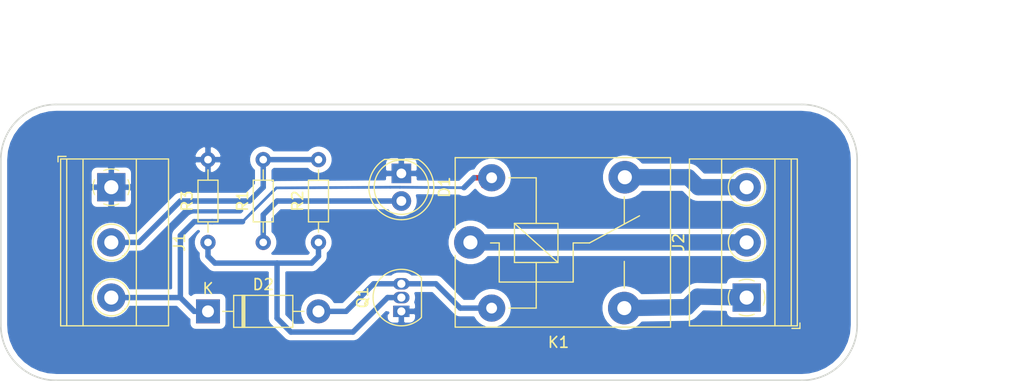
<source format=kicad_pcb>
(kicad_pcb (version 20171130) (host pcbnew "(5.1.6)-1")

  (general
    (thickness 1.6)
    (drawings 11)
    (tracks 47)
    (zones 0)
    (modules 9)
    (nets 10)
  )

  (page A4)
  (layers
    (0 F.Cu signal)
    (31 B.Cu signal)
    (32 B.Adhes user)
    (33 F.Adhes user)
    (34 B.Paste user)
    (35 F.Paste user)
    (36 B.SilkS user)
    (37 F.SilkS user)
    (38 B.Mask user)
    (39 F.Mask user)
    (40 Dwgs.User user)
    (41 Cmts.User user)
    (42 Eco1.User user)
    (43 Eco2.User user)
    (44 Edge.Cuts user)
    (45 Margin user)
    (46 B.CrtYd user)
    (47 F.CrtYd user)
    (48 B.Fab user)
    (49 F.Fab user)
  )

  (setup
    (last_trace_width 0.25)
    (user_trace_width 0.5)
    (user_trace_width 1)
    (user_trace_width 1.5)
    (trace_clearance 0.2)
    (zone_clearance 0.508)
    (zone_45_only no)
    (trace_min 0.2)
    (via_size 0.8)
    (via_drill 0.4)
    (via_min_size 0.4)
    (via_min_drill 0.3)
    (uvia_size 0.3)
    (uvia_drill 0.1)
    (uvias_allowed no)
    (uvia_min_size 0.2)
    (uvia_min_drill 0.1)
    (edge_width 0.05)
    (segment_width 0.2)
    (pcb_text_width 0.3)
    (pcb_text_size 1.5 1.5)
    (mod_edge_width 0.12)
    (mod_text_size 1 1)
    (mod_text_width 0.15)
    (pad_size 1.524 1.524)
    (pad_drill 0.762)
    (pad_to_mask_clearance 0.05)
    (aux_axis_origin 0 0)
    (visible_elements 7FFFFFFF)
    (pcbplotparams
      (layerselection 0x010fc_ffffffff)
      (usegerberextensions false)
      (usegerberattributes true)
      (usegerberadvancedattributes true)
      (creategerberjobfile true)
      (excludeedgelayer true)
      (linewidth 0.100000)
      (plotframeref false)
      (viasonmask false)
      (mode 1)
      (useauxorigin false)
      (hpglpennumber 1)
      (hpglpenspeed 20)
      (hpglpendiameter 15.000000)
      (psnegative false)
      (psa4output false)
      (plotreference true)
      (plotvalue true)
      (plotinvisibletext false)
      (padsonsilk false)
      (subtractmaskfromsilk false)
      (outputformat 1)
      (mirror false)
      (drillshape 1)
      (scaleselection 1)
      (outputdirectory ""))
  )

  (net 0 "")
  (net 1 GND)
  (net 2 "Net-(D1-Pad2)")
  (net 3 VCC)
  (net 4 "Net-(D2-Pad2)")
  (net 5 "Net-(J1-Pad2)")
  (net 6 "Net-(J2-Pad3)")
  (net 7 "Net-(J2-Pad2)")
  (net 8 "Net-(J2-Pad1)")
  (net 9 "Net-(Q1-Pad2)")

  (net_class Default "This is the default net class."
    (clearance 0.2)
    (trace_width 0.25)
    (via_dia 0.8)
    (via_drill 0.4)
    (uvia_dia 0.3)
    (uvia_drill 0.1)
    (add_net GND)
    (add_net "Net-(D1-Pad2)")
    (add_net "Net-(D2-Pad2)")
    (add_net "Net-(J1-Pad2)")
    (add_net "Net-(J2-Pad1)")
    (add_net "Net-(J2-Pad2)")
    (add_net "Net-(J2-Pad3)")
    (add_net "Net-(Q1-Pad2)")
    (add_net VCC)
  )

  (module LED_THT:LED_D5.0mm (layer F.Cu) (tedit 5995936A) (tstamp 5FC53248)
    (at 118.11 72.39 270)
    (descr "LED, diameter 5.0mm, 2 pins, http://cdn-reichelt.de/documents/datenblatt/A500/LL-504BC2E-009.pdf")
    (tags "LED diameter 5.0mm 2 pins")
    (path /5FB3BCE4)
    (fp_text reference D1 (at 1.27 -3.96 90) (layer F.SilkS)
      (effects (font (size 1 1) (thickness 0.15)))
    )
    (fp_text value LED (at 1.27 3.96 90) (layer F.Fab)
      (effects (font (size 1 1) (thickness 0.15)))
    )
    (fp_circle (center 1.27 0) (end 3.77 0) (layer F.Fab) (width 0.1))
    (fp_circle (center 1.27 0) (end 3.77 0) (layer F.SilkS) (width 0.12))
    (fp_line (start -1.23 -1.469694) (end -1.23 1.469694) (layer F.Fab) (width 0.1))
    (fp_line (start -1.29 -1.545) (end -1.29 1.545) (layer F.SilkS) (width 0.12))
    (fp_line (start -1.95 -3.25) (end -1.95 3.25) (layer F.CrtYd) (width 0.05))
    (fp_line (start -1.95 3.25) (end 4.5 3.25) (layer F.CrtYd) (width 0.05))
    (fp_line (start 4.5 3.25) (end 4.5 -3.25) (layer F.CrtYd) (width 0.05))
    (fp_line (start 4.5 -3.25) (end -1.95 -3.25) (layer F.CrtYd) (width 0.05))
    (fp_arc (start 1.27 0) (end -1.23 -1.469694) (angle 299.1) (layer F.Fab) (width 0.1))
    (fp_arc (start 1.27 0) (end -1.29 -1.54483) (angle 148.9) (layer F.SilkS) (width 0.12))
    (fp_arc (start 1.27 0) (end -1.29 1.54483) (angle -148.9) (layer F.SilkS) (width 0.12))
    (fp_text user %R (at 1.25 0 90) (layer F.Fab)
      (effects (font (size 0.8 0.8) (thickness 0.2)))
    )
    (pad 1 thru_hole rect (at 0 0 270) (size 1.8 1.8) (drill 0.9) (layers *.Cu *.Mask)
      (net 1 GND))
    (pad 2 thru_hole circle (at 2.54 0 270) (size 1.8 1.8) (drill 0.9) (layers *.Cu *.Mask)
      (net 2 "Net-(D1-Pad2)"))
    (model ${KISYS3DMOD}/LED_THT.3dshapes/LED_D5.0mm.wrl
      (at (xyz 0 0 0))
      (scale (xyz 1 1 1))
      (rotate (xyz 0 0 0))
    )
  )

  (module Diode_THT:D_DO-41_SOD81_P10.16mm_Horizontal (layer F.Cu) (tedit 5AE50CD5) (tstamp 5FC53498)
    (at 100.33 85.09)
    (descr "Diode, DO-41_SOD81 series, Axial, Horizontal, pin pitch=10.16mm, , length*diameter=5.2*2.7mm^2, , http://www.diodes.com/_files/packages/DO-41%20(Plastic).pdf")
    (tags "Diode DO-41_SOD81 series Axial Horizontal pin pitch 10.16mm  length 5.2mm diameter 2.7mm")
    (path /5FB38D03)
    (fp_text reference D2 (at 5.08 -2.47) (layer F.SilkS)
      (effects (font (size 1 1) (thickness 0.15)))
    )
    (fp_text value 1N4002 (at 5.08 2.47) (layer F.Fab)
      (effects (font (size 1 1) (thickness 0.15)))
    )
    (fp_line (start 2.48 -1.35) (end 2.48 1.35) (layer F.Fab) (width 0.1))
    (fp_line (start 2.48 1.35) (end 7.68 1.35) (layer F.Fab) (width 0.1))
    (fp_line (start 7.68 1.35) (end 7.68 -1.35) (layer F.Fab) (width 0.1))
    (fp_line (start 7.68 -1.35) (end 2.48 -1.35) (layer F.Fab) (width 0.1))
    (fp_line (start 0 0) (end 2.48 0) (layer F.Fab) (width 0.1))
    (fp_line (start 10.16 0) (end 7.68 0) (layer F.Fab) (width 0.1))
    (fp_line (start 3.26 -1.35) (end 3.26 1.35) (layer F.Fab) (width 0.1))
    (fp_line (start 3.36 -1.35) (end 3.36 1.35) (layer F.Fab) (width 0.1))
    (fp_line (start 3.16 -1.35) (end 3.16 1.35) (layer F.Fab) (width 0.1))
    (fp_line (start 2.36 -1.47) (end 2.36 1.47) (layer F.SilkS) (width 0.12))
    (fp_line (start 2.36 1.47) (end 7.8 1.47) (layer F.SilkS) (width 0.12))
    (fp_line (start 7.8 1.47) (end 7.8 -1.47) (layer F.SilkS) (width 0.12))
    (fp_line (start 7.8 -1.47) (end 2.36 -1.47) (layer F.SilkS) (width 0.12))
    (fp_line (start 1.34 0) (end 2.36 0) (layer F.SilkS) (width 0.12))
    (fp_line (start 8.82 0) (end 7.8 0) (layer F.SilkS) (width 0.12))
    (fp_line (start 3.26 -1.47) (end 3.26 1.47) (layer F.SilkS) (width 0.12))
    (fp_line (start 3.38 -1.47) (end 3.38 1.47) (layer F.SilkS) (width 0.12))
    (fp_line (start 3.14 -1.47) (end 3.14 1.47) (layer F.SilkS) (width 0.12))
    (fp_line (start -1.35 -1.6) (end -1.35 1.6) (layer F.CrtYd) (width 0.05))
    (fp_line (start -1.35 1.6) (end 11.51 1.6) (layer F.CrtYd) (width 0.05))
    (fp_line (start 11.51 1.6) (end 11.51 -1.6) (layer F.CrtYd) (width 0.05))
    (fp_line (start 11.51 -1.6) (end -1.35 -1.6) (layer F.CrtYd) (width 0.05))
    (fp_text user %R (at 5.47 0) (layer F.Fab)
      (effects (font (size 1 1) (thickness 0.15)))
    )
    (fp_text user K (at 0 -2.1) (layer F.Fab)
      (effects (font (size 1 1) (thickness 0.15)))
    )
    (fp_text user K (at 0 -2.1) (layer F.SilkS)
      (effects (font (size 1 1) (thickness 0.15)))
    )
    (pad 1 thru_hole rect (at 0 0) (size 2.2 2.2) (drill 1.1) (layers *.Cu *.Mask)
      (net 3 VCC))
    (pad 2 thru_hole oval (at 10.16 0) (size 2.2 2.2) (drill 1.1) (layers *.Cu *.Mask)
      (net 4 "Net-(D2-Pad2)"))
    (model ${KISYS3DMOD}/Diode_THT.3dshapes/D_DO-41_SOD81_P10.16mm_Horizontal.wrl
      (at (xyz 0 0 0))
      (scale (xyz 1 1 1))
      (rotate (xyz 0 0 0))
    )
  )

  (module TerminalBlock_Phoenix:TerminalBlock_Phoenix_MKDS-1,5-3-5.08_1x03_P5.08mm_Horizontal (layer F.Cu) (tedit 5B294EBC) (tstamp 5FC52553)
    (at 91.44 73.66 270)
    (descr "Terminal Block Phoenix MKDS-1,5-3-5.08, 3 pins, pitch 5.08mm, size 15.2x9.8mm^2, drill diamater 1.3mm, pad diameter 2.6mm, see http://www.farnell.com/datasheets/100425.pdf, script-generated using https://github.com/pointhi/kicad-footprint-generator/scripts/TerminalBlock_Phoenix")
    (tags "THT Terminal Block Phoenix MKDS-1,5-3-5.08 pitch 5.08mm size 15.2x9.8mm^2 drill 1.3mm pad 2.6mm")
    (path /5FB47837)
    (fp_text reference J1 (at 5.08 -6.26 90) (layer F.SilkS)
      (effects (font (size 1 1) (thickness 0.15)))
    )
    (fp_text value Screw_Terminal_01x03 (at 5.08 5.66 90) (layer F.Fab)
      (effects (font (size 1 1) (thickness 0.15)))
    )
    (fp_circle (center 0 0) (end 1.5 0) (layer F.Fab) (width 0.1))
    (fp_circle (center 5.08 0) (end 6.58 0) (layer F.Fab) (width 0.1))
    (fp_circle (center 5.08 0) (end 6.76 0) (layer F.SilkS) (width 0.12))
    (fp_circle (center 10.16 0) (end 11.66 0) (layer F.Fab) (width 0.1))
    (fp_circle (center 10.16 0) (end 11.84 0) (layer F.SilkS) (width 0.12))
    (fp_line (start -2.54 -5.2) (end 12.7 -5.2) (layer F.Fab) (width 0.1))
    (fp_line (start 12.7 -5.2) (end 12.7 4.6) (layer F.Fab) (width 0.1))
    (fp_line (start 12.7 4.6) (end -2.04 4.6) (layer F.Fab) (width 0.1))
    (fp_line (start -2.04 4.6) (end -2.54 4.1) (layer F.Fab) (width 0.1))
    (fp_line (start -2.54 4.1) (end -2.54 -5.2) (layer F.Fab) (width 0.1))
    (fp_line (start -2.54 4.1) (end 12.7 4.1) (layer F.Fab) (width 0.1))
    (fp_line (start -2.6 4.1) (end 12.76 4.1) (layer F.SilkS) (width 0.12))
    (fp_line (start -2.54 2.6) (end 12.7 2.6) (layer F.Fab) (width 0.1))
    (fp_line (start -2.6 2.6) (end 12.76 2.6) (layer F.SilkS) (width 0.12))
    (fp_line (start -2.54 -2.3) (end 12.7 -2.3) (layer F.Fab) (width 0.1))
    (fp_line (start -2.6 -2.301) (end 12.76 -2.301) (layer F.SilkS) (width 0.12))
    (fp_line (start -2.6 -5.261) (end 12.76 -5.261) (layer F.SilkS) (width 0.12))
    (fp_line (start -2.6 4.66) (end 12.76 4.66) (layer F.SilkS) (width 0.12))
    (fp_line (start -2.6 -5.261) (end -2.6 4.66) (layer F.SilkS) (width 0.12))
    (fp_line (start 12.76 -5.261) (end 12.76 4.66) (layer F.SilkS) (width 0.12))
    (fp_line (start 1.138 -0.955) (end -0.955 1.138) (layer F.Fab) (width 0.1))
    (fp_line (start 0.955 -1.138) (end -1.138 0.955) (layer F.Fab) (width 0.1))
    (fp_line (start 6.218 -0.955) (end 4.126 1.138) (layer F.Fab) (width 0.1))
    (fp_line (start 6.035 -1.138) (end 3.943 0.955) (layer F.Fab) (width 0.1))
    (fp_line (start 6.355 -1.069) (end 6.308 -1.023) (layer F.SilkS) (width 0.12))
    (fp_line (start 4.046 1.239) (end 4.011 1.274) (layer F.SilkS) (width 0.12))
    (fp_line (start 6.15 -1.275) (end 6.115 -1.239) (layer F.SilkS) (width 0.12))
    (fp_line (start 3.853 1.023) (end 3.806 1.069) (layer F.SilkS) (width 0.12))
    (fp_line (start 11.298 -0.955) (end 9.206 1.138) (layer F.Fab) (width 0.1))
    (fp_line (start 11.115 -1.138) (end 9.023 0.955) (layer F.Fab) (width 0.1))
    (fp_line (start 11.435 -1.069) (end 11.388 -1.023) (layer F.SilkS) (width 0.12))
    (fp_line (start 9.126 1.239) (end 9.091 1.274) (layer F.SilkS) (width 0.12))
    (fp_line (start 11.23 -1.275) (end 11.195 -1.239) (layer F.SilkS) (width 0.12))
    (fp_line (start 8.933 1.023) (end 8.886 1.069) (layer F.SilkS) (width 0.12))
    (fp_line (start -2.84 4.16) (end -2.84 4.9) (layer F.SilkS) (width 0.12))
    (fp_line (start -2.84 4.9) (end -2.34 4.9) (layer F.SilkS) (width 0.12))
    (fp_line (start -3.04 -5.71) (end -3.04 5.1) (layer F.CrtYd) (width 0.05))
    (fp_line (start -3.04 5.1) (end 13.21 5.1) (layer F.CrtYd) (width 0.05))
    (fp_line (start 13.21 5.1) (end 13.21 -5.71) (layer F.CrtYd) (width 0.05))
    (fp_line (start 13.21 -5.71) (end -3.04 -5.71) (layer F.CrtYd) (width 0.05))
    (fp_arc (start 0 0) (end 0 1.68) (angle -24) (layer F.SilkS) (width 0.12))
    (fp_arc (start 0 0) (end 1.535 0.684) (angle -48) (layer F.SilkS) (width 0.12))
    (fp_arc (start 0 0) (end 0.684 -1.535) (angle -48) (layer F.SilkS) (width 0.12))
    (fp_arc (start 0 0) (end -1.535 -0.684) (angle -48) (layer F.SilkS) (width 0.12))
    (fp_arc (start 0 0) (end -0.684 1.535) (angle -25) (layer F.SilkS) (width 0.12))
    (fp_text user %R (at 5.08 3.2 90) (layer F.Fab)
      (effects (font (size 1 1) (thickness 0.15)))
    )
    (pad 1 thru_hole rect (at 0 0 270) (size 2.6 2.6) (drill 1.3) (layers *.Cu *.Mask)
      (net 1 GND))
    (pad 2 thru_hole circle (at 5.08 0 270) (size 2.6 2.6) (drill 1.3) (layers *.Cu *.Mask)
      (net 5 "Net-(J1-Pad2)"))
    (pad 3 thru_hole circle (at 10.16 0 270) (size 2.6 2.6) (drill 1.3) (layers *.Cu *.Mask)
      (net 3 VCC))
    (model ${KISYS3DMOD}/TerminalBlock_Phoenix.3dshapes/TerminalBlock_Phoenix_MKDS-1,5-3-5.08_1x03_P5.08mm_Horizontal.wrl
      (at (xyz 0 0 0))
      (scale (xyz 1 1 1))
      (rotate (xyz 0 0 0))
    )
  )

  (module TerminalBlock_Phoenix:TerminalBlock_Phoenix_MKDS-1,5-3-5.08_1x03_P5.08mm_Horizontal (layer F.Cu) (tedit 5B294EBC) (tstamp 5FC52588)
    (at 149.86 83.82 90)
    (descr "Terminal Block Phoenix MKDS-1,5-3-5.08, 3 pins, pitch 5.08mm, size 15.2x9.8mm^2, drill diamater 1.3mm, pad diameter 2.6mm, see http://www.farnell.com/datasheets/100425.pdf, script-generated using https://github.com/pointhi/kicad-footprint-generator/scripts/TerminalBlock_Phoenix")
    (tags "THT Terminal Block Phoenix MKDS-1,5-3-5.08 pitch 5.08mm size 15.2x9.8mm^2 drill 1.3mm pad 2.6mm")
    (path /5FB48265)
    (fp_text reference J2 (at 5.08 -6.26 90) (layer F.SilkS)
      (effects (font (size 1 1) (thickness 0.15)))
    )
    (fp_text value Screw_Terminal_01x03 (at 5.08 5.66 90) (layer F.Fab)
      (effects (font (size 1 1) (thickness 0.15)))
    )
    (fp_line (start 13.21 -5.71) (end -3.04 -5.71) (layer F.CrtYd) (width 0.05))
    (fp_line (start 13.21 5.1) (end 13.21 -5.71) (layer F.CrtYd) (width 0.05))
    (fp_line (start -3.04 5.1) (end 13.21 5.1) (layer F.CrtYd) (width 0.05))
    (fp_line (start -3.04 -5.71) (end -3.04 5.1) (layer F.CrtYd) (width 0.05))
    (fp_line (start -2.84 4.9) (end -2.34 4.9) (layer F.SilkS) (width 0.12))
    (fp_line (start -2.84 4.16) (end -2.84 4.9) (layer F.SilkS) (width 0.12))
    (fp_line (start 8.933 1.023) (end 8.886 1.069) (layer F.SilkS) (width 0.12))
    (fp_line (start 11.23 -1.275) (end 11.195 -1.239) (layer F.SilkS) (width 0.12))
    (fp_line (start 9.126 1.239) (end 9.091 1.274) (layer F.SilkS) (width 0.12))
    (fp_line (start 11.435 -1.069) (end 11.388 -1.023) (layer F.SilkS) (width 0.12))
    (fp_line (start 11.115 -1.138) (end 9.023 0.955) (layer F.Fab) (width 0.1))
    (fp_line (start 11.298 -0.955) (end 9.206 1.138) (layer F.Fab) (width 0.1))
    (fp_line (start 3.853 1.023) (end 3.806 1.069) (layer F.SilkS) (width 0.12))
    (fp_line (start 6.15 -1.275) (end 6.115 -1.239) (layer F.SilkS) (width 0.12))
    (fp_line (start 4.046 1.239) (end 4.011 1.274) (layer F.SilkS) (width 0.12))
    (fp_line (start 6.355 -1.069) (end 6.308 -1.023) (layer F.SilkS) (width 0.12))
    (fp_line (start 6.035 -1.138) (end 3.943 0.955) (layer F.Fab) (width 0.1))
    (fp_line (start 6.218 -0.955) (end 4.126 1.138) (layer F.Fab) (width 0.1))
    (fp_line (start 0.955 -1.138) (end -1.138 0.955) (layer F.Fab) (width 0.1))
    (fp_line (start 1.138 -0.955) (end -0.955 1.138) (layer F.Fab) (width 0.1))
    (fp_line (start 12.76 -5.261) (end 12.76 4.66) (layer F.SilkS) (width 0.12))
    (fp_line (start -2.6 -5.261) (end -2.6 4.66) (layer F.SilkS) (width 0.12))
    (fp_line (start -2.6 4.66) (end 12.76 4.66) (layer F.SilkS) (width 0.12))
    (fp_line (start -2.6 -5.261) (end 12.76 -5.261) (layer F.SilkS) (width 0.12))
    (fp_line (start -2.6 -2.301) (end 12.76 -2.301) (layer F.SilkS) (width 0.12))
    (fp_line (start -2.54 -2.3) (end 12.7 -2.3) (layer F.Fab) (width 0.1))
    (fp_line (start -2.6 2.6) (end 12.76 2.6) (layer F.SilkS) (width 0.12))
    (fp_line (start -2.54 2.6) (end 12.7 2.6) (layer F.Fab) (width 0.1))
    (fp_line (start -2.6 4.1) (end 12.76 4.1) (layer F.SilkS) (width 0.12))
    (fp_line (start -2.54 4.1) (end 12.7 4.1) (layer F.Fab) (width 0.1))
    (fp_line (start -2.54 4.1) (end -2.54 -5.2) (layer F.Fab) (width 0.1))
    (fp_line (start -2.04 4.6) (end -2.54 4.1) (layer F.Fab) (width 0.1))
    (fp_line (start 12.7 4.6) (end -2.04 4.6) (layer F.Fab) (width 0.1))
    (fp_line (start 12.7 -5.2) (end 12.7 4.6) (layer F.Fab) (width 0.1))
    (fp_line (start -2.54 -5.2) (end 12.7 -5.2) (layer F.Fab) (width 0.1))
    (fp_circle (center 10.16 0) (end 11.84 0) (layer F.SilkS) (width 0.12))
    (fp_circle (center 10.16 0) (end 11.66 0) (layer F.Fab) (width 0.1))
    (fp_circle (center 5.08 0) (end 6.76 0) (layer F.SilkS) (width 0.12))
    (fp_circle (center 5.08 0) (end 6.58 0) (layer F.Fab) (width 0.1))
    (fp_circle (center 0 0) (end 1.5 0) (layer F.Fab) (width 0.1))
    (fp_text user %R (at 5.08 3.2 90) (layer F.Fab)
      (effects (font (size 1 1) (thickness 0.15)))
    )
    (fp_arc (start 0 0) (end -0.684 1.535) (angle -25) (layer F.SilkS) (width 0.12))
    (fp_arc (start 0 0) (end -1.535 -0.684) (angle -48) (layer F.SilkS) (width 0.12))
    (fp_arc (start 0 0) (end 0.684 -1.535) (angle -48) (layer F.SilkS) (width 0.12))
    (fp_arc (start 0 0) (end 1.535 0.684) (angle -48) (layer F.SilkS) (width 0.12))
    (fp_arc (start 0 0) (end 0 1.68) (angle -24) (layer F.SilkS) (width 0.12))
    (pad 3 thru_hole circle (at 10.16 0 90) (size 2.6 2.6) (drill 1.3) (layers *.Cu *.Mask)
      (net 6 "Net-(J2-Pad3)"))
    (pad 2 thru_hole circle (at 5.08 0 90) (size 2.6 2.6) (drill 1.3) (layers *.Cu *.Mask)
      (net 7 "Net-(J2-Pad2)"))
    (pad 1 thru_hole rect (at 0 0 90) (size 2.6 2.6) (drill 1.3) (layers *.Cu *.Mask)
      (net 8 "Net-(J2-Pad1)"))
    (model ${KISYS3DMOD}/TerminalBlock_Phoenix.3dshapes/TerminalBlock_Phoenix_MKDS-1,5-3-5.08_1x03_P5.08mm_Horizontal.wrl
      (at (xyz 0 0 0))
      (scale (xyz 1 1 1))
      (rotate (xyz 0 0 0))
    )
  )

  (module Relay_THT:Relay_SPDT_SANYOU_SRD_Series_Form_C (layer F.Cu) (tedit 58FA3148) (tstamp 5FC52A06)
    (at 124.46 78.74)
    (descr "relay Sanyou SRD series Form C http://www.sanyourelay.ca/public/products/pdf/SRD.pdf")
    (tags "relay Sanyu SRD form C")
    (path /5FC4B47A)
    (fp_text reference K1 (at 8.1 9.2) (layer F.SilkS)
      (effects (font (size 1 1) (thickness 0.15)))
    )
    (fp_text value SANYOU_SRD_Form_C (at 8 -9.6) (layer F.Fab)
      (effects (font (size 1 1) (thickness 0.15)))
    )
    (fp_line (start -1.4 1.2) (end -1.4 7.8) (layer F.SilkS) (width 0.12))
    (fp_line (start -1.4 -7.8) (end -1.4 -1.2) (layer F.SilkS) (width 0.12))
    (fp_line (start -1.4 -7.8) (end 18.4 -7.8) (layer F.SilkS) (width 0.12))
    (fp_line (start 18.4 -7.8) (end 18.4 7.8) (layer F.SilkS) (width 0.12))
    (fp_line (start 18.4 7.8) (end -1.4 7.8) (layer F.SilkS) (width 0.12))
    (fp_line (start -1.3 -7.7) (end 18.3 -7.7) (layer F.Fab) (width 0.12))
    (fp_line (start 18.3 -7.7) (end 18.3 7.7) (layer F.Fab) (width 0.12))
    (fp_line (start 18.3 7.7) (end -1.3 7.7) (layer F.Fab) (width 0.12))
    (fp_line (start -1.3 7.7) (end -1.3 -7.7) (layer F.Fab) (width 0.12))
    (fp_line (start 18.55 -7.95) (end -1.55 -7.95) (layer F.CrtYd) (width 0.05))
    (fp_line (start -1.55 7.95) (end -1.55 -7.95) (layer F.CrtYd) (width 0.05))
    (fp_line (start 18.55 -7.95) (end 18.55 7.95) (layer F.CrtYd) (width 0.05))
    (fp_line (start -1.55 7.95) (end 18.55 7.95) (layer F.CrtYd) (width 0.05))
    (fp_line (start 14.15 4.2) (end 14.15 1.75) (layer F.SilkS) (width 0.12))
    (fp_line (start 14.15 -4.2) (end 14.15 -1.7) (layer F.SilkS) (width 0.12))
    (fp_line (start 3.55 6.05) (end 6.05 6.05) (layer F.SilkS) (width 0.12))
    (fp_line (start 2.65 0.05) (end 1.85 0.05) (layer F.SilkS) (width 0.12))
    (fp_line (start 6.05 -5.95) (end 3.55 -5.95) (layer F.SilkS) (width 0.12))
    (fp_line (start 9.45 0.05) (end 10.95 0.05) (layer F.SilkS) (width 0.12))
    (fp_line (start 10.95 0.05) (end 15.55 -2.45) (layer F.SilkS) (width 0.12))
    (fp_line (start 9.45 3.65) (end 2.65 3.65) (layer F.SilkS) (width 0.12))
    (fp_line (start 9.45 0.05) (end 9.45 3.65) (layer F.SilkS) (width 0.12))
    (fp_line (start 2.65 0.05) (end 2.65 3.65) (layer F.SilkS) (width 0.12))
    (fp_line (start 6.05 -5.95) (end 6.05 -1.75) (layer F.SilkS) (width 0.12))
    (fp_line (start 6.05 1.85) (end 6.05 6.05) (layer F.SilkS) (width 0.12))
    (fp_line (start 8.05 1.85) (end 4.05 -1.75) (layer F.SilkS) (width 0.12))
    (fp_line (start 4.05 1.85) (end 4.05 -1.75) (layer F.SilkS) (width 0.12))
    (fp_line (start 4.05 -1.75) (end 8.05 -1.75) (layer F.SilkS) (width 0.12))
    (fp_line (start 8.05 -1.75) (end 8.05 1.85) (layer F.SilkS) (width 0.12))
    (fp_line (start 8.05 1.85) (end 4.05 1.85) (layer F.SilkS) (width 0.12))
    (fp_text user 1 (at 0 -2.3) (layer F.Fab)
      (effects (font (size 1 1) (thickness 0.15)))
    )
    (fp_text user %R (at 7.1 0.025) (layer F.Fab)
      (effects (font (size 1 1) (thickness 0.15)))
    )
    (pad 2 thru_hole circle (at 1.95 6.05 90) (size 2.5 2.5) (drill 1) (layers *.Cu *.Mask)
      (net 4 "Net-(D2-Pad2)"))
    (pad 3 thru_hole circle (at 14.15 6.05 90) (size 3 3) (drill 1.3) (layers *.Cu *.Mask)
      (net 8 "Net-(J2-Pad1)"))
    (pad 4 thru_hole circle (at 14.2 -6 90) (size 3 3) (drill 1.3) (layers *.Cu *.Mask)
      (net 6 "Net-(J2-Pad3)"))
    (pad 5 thru_hole circle (at 1.95 -5.95 90) (size 2.5 2.5) (drill 1) (layers *.Cu *.Mask)
      (net 3 VCC))
    (pad 1 thru_hole circle (at 0 0 90) (size 3 3) (drill 1.3) (layers *.Cu *.Mask)
      (net 7 "Net-(J2-Pad2)"))
    (model ${KISYS3DMOD}/Relay_THT.3dshapes/Relay_SPDT_SANYOU_SRD_Series_Form_C.wrl
      (at (xyz 0 0 0))
      (scale (xyz 1 1 1))
      (rotate (xyz 0 0 0))
    )
  )

  (module Package_TO_SOT_THT:TO-92_Inline (layer F.Cu) (tedit 5A1DD157) (tstamp 5FC525C3)
    (at 118.11 85.09 90)
    (descr "TO-92 leads in-line, narrow, oval pads, drill 0.75mm (see NXP sot054_po.pdf)")
    (tags "to-92 sc-43 sc-43a sot54 PA33 transistor")
    (path /5FB3999D)
    (fp_text reference Q1 (at 1.27 -3.56 90) (layer F.SilkS)
      (effects (font (size 1 1) (thickness 0.15)))
    )
    (fp_text value 2N3904 (at 1.27 2.79 90) (layer F.Fab)
      (effects (font (size 1 1) (thickness 0.15)))
    )
    (fp_line (start -0.53 1.85) (end 3.07 1.85) (layer F.SilkS) (width 0.12))
    (fp_line (start -0.5 1.75) (end 3 1.75) (layer F.Fab) (width 0.1))
    (fp_line (start -1.46 -2.73) (end 4 -2.73) (layer F.CrtYd) (width 0.05))
    (fp_line (start -1.46 -2.73) (end -1.46 2.01) (layer F.CrtYd) (width 0.05))
    (fp_line (start 4 2.01) (end 4 -2.73) (layer F.CrtYd) (width 0.05))
    (fp_line (start 4 2.01) (end -1.46 2.01) (layer F.CrtYd) (width 0.05))
    (fp_text user %R (at 1.27 -3.56 90) (layer F.Fab)
      (effects (font (size 1 1) (thickness 0.15)))
    )
    (fp_arc (start 1.27 0) (end 1.27 -2.48) (angle 135) (layer F.Fab) (width 0.1))
    (fp_arc (start 1.27 0) (end 1.27 -2.6) (angle -135) (layer F.SilkS) (width 0.12))
    (fp_arc (start 1.27 0) (end 1.27 -2.48) (angle -135) (layer F.Fab) (width 0.1))
    (fp_arc (start 1.27 0) (end 1.27 -2.6) (angle 135) (layer F.SilkS) (width 0.12))
    (pad 2 thru_hole oval (at 1.27 0 90) (size 1.05 1.5) (drill 0.75) (layers *.Cu *.Mask)
      (net 9 "Net-(Q1-Pad2)"))
    (pad 3 thru_hole oval (at 2.54 0 90) (size 1.05 1.5) (drill 0.75) (layers *.Cu *.Mask)
      (net 4 "Net-(D2-Pad2)"))
    (pad 1 thru_hole rect (at 0 0 90) (size 1.05 1.5) (drill 0.75) (layers *.Cu *.Mask)
      (net 1 GND))
    (model ${KISYS3DMOD}/Package_TO_SOT_THT.3dshapes/TO-92_Inline.wrl
      (at (xyz 0 0 0))
      (scale (xyz 1 1 1))
      (rotate (xyz 0 0 0))
    )
  )

  (module Resistor_THT:R_Axial_DIN0204_L3.6mm_D1.6mm_P7.62mm_Horizontal (layer F.Cu) (tedit 5AE5139B) (tstamp 5FC53610)
    (at 105.41 71.12 270)
    (descr "Resistor, Axial_DIN0204 series, Axial, Horizontal, pin pitch=7.62mm, 0.167W, length*diameter=3.6*1.6mm^2, http://cdn-reichelt.de/documents/datenblatt/B400/1_4W%23YAG.pdf")
    (tags "Resistor Axial_DIN0204 series Axial Horizontal pin pitch 7.62mm 0.167W length 3.6mm diameter 1.6mm")
    (path /5FB3B9DF)
    (fp_text reference R1 (at 3.81 1.905 90) (layer F.SilkS)
      (effects (font (size 1 1) (thickness 0.15)))
    )
    (fp_text value R (at 3.81 -1.905 90) (layer F.Fab)
      (effects (font (size 1 1) (thickness 0.15)))
    )
    (fp_line (start 2.01 -0.8) (end 2.01 0.8) (layer F.Fab) (width 0.1))
    (fp_line (start 2.01 0.8) (end 5.61 0.8) (layer F.Fab) (width 0.1))
    (fp_line (start 5.61 0.8) (end 5.61 -0.8) (layer F.Fab) (width 0.1))
    (fp_line (start 5.61 -0.8) (end 2.01 -0.8) (layer F.Fab) (width 0.1))
    (fp_line (start 0 0) (end 2.01 0) (layer F.Fab) (width 0.1))
    (fp_line (start 7.62 0) (end 5.61 0) (layer F.Fab) (width 0.1))
    (fp_line (start 1.89 -0.92) (end 1.89 0.92) (layer F.SilkS) (width 0.12))
    (fp_line (start 1.89 0.92) (end 5.73 0.92) (layer F.SilkS) (width 0.12))
    (fp_line (start 5.73 0.92) (end 5.73 -0.92) (layer F.SilkS) (width 0.12))
    (fp_line (start 5.73 -0.92) (end 1.89 -0.92) (layer F.SilkS) (width 0.12))
    (fp_line (start 0.94 0) (end 1.89 0) (layer F.SilkS) (width 0.12))
    (fp_line (start 6.68 0) (end 5.73 0) (layer F.SilkS) (width 0.12))
    (fp_line (start -0.95 -1.05) (end -0.95 1.05) (layer F.CrtYd) (width 0.05))
    (fp_line (start -0.95 1.05) (end 8.57 1.05) (layer F.CrtYd) (width 0.05))
    (fp_line (start 8.57 1.05) (end 8.57 -1.05) (layer F.CrtYd) (width 0.05))
    (fp_line (start 8.57 -1.05) (end -0.95 -1.05) (layer F.CrtYd) (width 0.05))
    (fp_text user %R (at 3.81 0 90) (layer F.Fab)
      (effects (font (size 0.72 0.72) (thickness 0.108)))
    )
    (pad 1 thru_hole circle (at 0 0 270) (size 1.4 1.4) (drill 0.7) (layers *.Cu *.Mask)
      (net 5 "Net-(J1-Pad2)"))
    (pad 2 thru_hole oval (at 7.62 0 270) (size 1.4 1.4) (drill 0.7) (layers *.Cu *.Mask)
      (net 2 "Net-(D1-Pad2)"))
    (model ${KISYS3DMOD}/Resistor_THT.3dshapes/R_Axial_DIN0204_L3.6mm_D1.6mm_P7.62mm_Horizontal.wrl
      (at (xyz 0 0 0))
      (scale (xyz 1 1 1))
      (rotate (xyz 0 0 0))
    )
  )

  (module Resistor_THT:R_Axial_DIN0204_L3.6mm_D1.6mm_P7.62mm_Horizontal (layer F.Cu) (tedit 5AE5139B) (tstamp 5FC536FA)
    (at 110.49 78.74 90)
    (descr "Resistor, Axial_DIN0204 series, Axial, Horizontal, pin pitch=7.62mm, 0.167W, length*diameter=3.6*1.6mm^2, http://cdn-reichelt.de/documents/datenblatt/B400/1_4W%23YAG.pdf")
    (tags "Resistor Axial_DIN0204 series Axial Horizontal pin pitch 7.62mm 0.167W length 3.6mm diameter 1.6mm")
    (path /5FB3ACC1)
    (fp_text reference R2 (at 3.81 -1.92 90) (layer F.SilkS)
      (effects (font (size 1 1) (thickness 0.15)))
    )
    (fp_text value R (at 3.81 1.92 90) (layer F.Fab)
      (effects (font (size 1 1) (thickness 0.15)))
    )
    (fp_line (start 2.01 -0.8) (end 2.01 0.8) (layer F.Fab) (width 0.1))
    (fp_line (start 2.01 0.8) (end 5.61 0.8) (layer F.Fab) (width 0.1))
    (fp_line (start 5.61 0.8) (end 5.61 -0.8) (layer F.Fab) (width 0.1))
    (fp_line (start 5.61 -0.8) (end 2.01 -0.8) (layer F.Fab) (width 0.1))
    (fp_line (start 0 0) (end 2.01 0) (layer F.Fab) (width 0.1))
    (fp_line (start 7.62 0) (end 5.61 0) (layer F.Fab) (width 0.1))
    (fp_line (start 1.89 -0.92) (end 1.89 0.92) (layer F.SilkS) (width 0.12))
    (fp_line (start 1.89 0.92) (end 5.73 0.92) (layer F.SilkS) (width 0.12))
    (fp_line (start 5.73 0.92) (end 5.73 -0.92) (layer F.SilkS) (width 0.12))
    (fp_line (start 5.73 -0.92) (end 1.89 -0.92) (layer F.SilkS) (width 0.12))
    (fp_line (start 0.94 0) (end 1.89 0) (layer F.SilkS) (width 0.12))
    (fp_line (start 6.68 0) (end 5.73 0) (layer F.SilkS) (width 0.12))
    (fp_line (start -0.95 -1.05) (end -0.95 1.05) (layer F.CrtYd) (width 0.05))
    (fp_line (start -0.95 1.05) (end 8.57 1.05) (layer F.CrtYd) (width 0.05))
    (fp_line (start 8.57 1.05) (end 8.57 -1.05) (layer F.CrtYd) (width 0.05))
    (fp_line (start 8.57 -1.05) (end -0.95 -1.05) (layer F.CrtYd) (width 0.05))
    (fp_text user %R (at 3.81 0 90) (layer F.Fab)
      (effects (font (size 0.72 0.72) (thickness 0.108)))
    )
    (pad 1 thru_hole circle (at 0 0 90) (size 1.4 1.4) (drill 0.7) (layers *.Cu *.Mask)
      (net 9 "Net-(Q1-Pad2)"))
    (pad 2 thru_hole oval (at 7.62 0 90) (size 1.4 1.4) (drill 0.7) (layers *.Cu *.Mask)
      (net 5 "Net-(J1-Pad2)"))
    (model ${KISYS3DMOD}/Resistor_THT.3dshapes/R_Axial_DIN0204_L3.6mm_D1.6mm_P7.62mm_Horizontal.wrl
      (at (xyz 0 0 0))
      (scale (xyz 1 1 1))
      (rotate (xyz 0 0 0))
    )
  )

  (module Resistor_THT:R_Axial_DIN0204_L3.6mm_D1.6mm_P7.62mm_Horizontal (layer F.Cu) (tedit 5AE5139B) (tstamp 5FC533CA)
    (at 100.33 78.74 90)
    (descr "Resistor, Axial_DIN0204 series, Axial, Horizontal, pin pitch=7.62mm, 0.167W, length*diameter=3.6*1.6mm^2, http://cdn-reichelt.de/documents/datenblatt/B400/1_4W%23YAG.pdf")
    (tags "Resistor Axial_DIN0204 series Axial Horizontal pin pitch 7.62mm 0.167W length 3.6mm diameter 1.6mm")
    (path /5FB3B29B)
    (fp_text reference R3 (at 3.81 -1.92 90) (layer F.SilkS)
      (effects (font (size 1 1) (thickness 0.15)))
    )
    (fp_text value R (at 3.81 1.92 90) (layer F.Fab)
      (effects (font (size 1 1) (thickness 0.15)))
    )
    (fp_line (start 8.57 -1.05) (end -0.95 -1.05) (layer F.CrtYd) (width 0.05))
    (fp_line (start 8.57 1.05) (end 8.57 -1.05) (layer F.CrtYd) (width 0.05))
    (fp_line (start -0.95 1.05) (end 8.57 1.05) (layer F.CrtYd) (width 0.05))
    (fp_line (start -0.95 -1.05) (end -0.95 1.05) (layer F.CrtYd) (width 0.05))
    (fp_line (start 6.68 0) (end 5.73 0) (layer F.SilkS) (width 0.12))
    (fp_line (start 0.94 0) (end 1.89 0) (layer F.SilkS) (width 0.12))
    (fp_line (start 5.73 -0.92) (end 1.89 -0.92) (layer F.SilkS) (width 0.12))
    (fp_line (start 5.73 0.92) (end 5.73 -0.92) (layer F.SilkS) (width 0.12))
    (fp_line (start 1.89 0.92) (end 5.73 0.92) (layer F.SilkS) (width 0.12))
    (fp_line (start 1.89 -0.92) (end 1.89 0.92) (layer F.SilkS) (width 0.12))
    (fp_line (start 7.62 0) (end 5.61 0) (layer F.Fab) (width 0.1))
    (fp_line (start 0 0) (end 2.01 0) (layer F.Fab) (width 0.1))
    (fp_line (start 5.61 -0.8) (end 2.01 -0.8) (layer F.Fab) (width 0.1))
    (fp_line (start 5.61 0.8) (end 5.61 -0.8) (layer F.Fab) (width 0.1))
    (fp_line (start 2.01 0.8) (end 5.61 0.8) (layer F.Fab) (width 0.1))
    (fp_line (start 2.01 -0.8) (end 2.01 0.8) (layer F.Fab) (width 0.1))
    (fp_text user %R (at 3.81 0 90) (layer F.Fab)
      (effects (font (size 0.72 0.72) (thickness 0.108)))
    )
    (pad 2 thru_hole oval (at 7.62 0 90) (size 1.4 1.4) (drill 0.7) (layers *.Cu *.Mask)
      (net 1 GND))
    (pad 1 thru_hole circle (at 0 0 90) (size 1.4 1.4) (drill 0.7) (layers *.Cu *.Mask)
      (net 9 "Net-(Q1-Pad2)"))
    (model ${KISYS3DMOD}/Resistor_THT.3dshapes/R_Axial_DIN0204_L3.6mm_D1.6mm_P7.62mm_Horizontal.wrl
      (at (xyz 0 0 0))
      (scale (xyz 1 1 1))
      (rotate (xyz 0 0 0))
    )
  )

  (gr_line (start 154.94 66.04) (end 86.36 66.04) (layer Edge.Cuts) (width 0.15) (tstamp 5FCD9E00))
  (gr_arc (start 86.36 86.36) (end 81.28 86.36) (angle -90) (layer Edge.Cuts) (width 0.15))
  (gr_arc (start 154.94 86.36) (end 154.94 91.44) (angle -90) (layer Edge.Cuts) (width 0.15))
  (gr_arc (start 86.36 71.12) (end 86.36 66.04) (angle -90) (layer Edge.Cuts) (width 0.15))
  (gr_line (start 160.02 71.12) (end 160.02 86.36) (layer Edge.Cuts) (width 0.15))
  (dimension 25.4 (width 0.15) (layer Dwgs.User)
    (gr_text "25,400 mm" (at 174.02 78.74 270) (layer Dwgs.User)
      (effects (font (size 1 1) (thickness 0.15)))
    )
    (feature1 (pts (xy 160.02 91.44) (xy 173.306421 91.44)))
    (feature2 (pts (xy 160.02 66.04) (xy 173.306421 66.04)))
    (crossbar (pts (xy 172.72 66.04) (xy 172.72 91.44)))
    (arrow1a (pts (xy 172.72 91.44) (xy 172.133579 90.313496)))
    (arrow1b (pts (xy 172.72 91.44) (xy 173.306421 90.313496)))
    (arrow2a (pts (xy 172.72 66.04) (xy 172.133579 67.166504)))
    (arrow2b (pts (xy 172.72 66.04) (xy 173.306421 67.166504)))
  )
  (dimension 78.74 (width 0.15) (layer Dwgs.User)
    (gr_text "78,740 mm" (at 120.65 57.120001) (layer Dwgs.User)
      (effects (font (size 1 1) (thickness 0.15)))
    )
    (feature1 (pts (xy 81.28 66.04) (xy 81.28 57.83358)))
    (feature2 (pts (xy 160.02 66.04) (xy 160.02 57.83358)))
    (crossbar (pts (xy 160.02 58.420001) (xy 81.28 58.420001)))
    (arrow1a (pts (xy 81.28 58.420001) (xy 82.406504 57.83358)))
    (arrow1b (pts (xy 81.28 58.420001) (xy 82.406504 59.006422)))
    (arrow2a (pts (xy 160.02 58.420001) (xy 158.893496 57.83358)))
    (arrow2b (pts (xy 160.02 58.420001) (xy 158.893496 59.006422)))
  )
  (gr_arc (start 154.94 71.12) (end 160.02 71.12) (angle -90) (layer Edge.Cuts) (width 0.15))
  (gr_line (start 86.36 66.04) (end 86.36 66.04) (layer Dwgs.User) (width 0.15) (tstamp 5FCD9B84))
  (gr_line (start 81.28 86.36) (end 81.28 71.12) (layer Edge.Cuts) (width 0.15))
  (gr_line (start 154.94 91.44) (end 86.36 91.44) (layer Edge.Cuts) (width 0.15))

  (segment (start 118.11 74.93) (end 106.68 74.93) (width 0.5) (layer B.Cu) (net 2))
  (segment (start 105.41 76.2) (end 105.41 78.74) (width 0.5) (layer B.Cu) (net 2))
  (segment (start 106.68 74.93) (end 105.41 76.2) (width 0.5) (layer B.Cu) (net 2))
  (segment (start 100.33 85.09) (end 99.06 85.09) (width 0.5) (layer B.Cu) (net 3))
  (segment (start 97.79 83.82) (end 91.44 83.82) (width 0.5) (layer B.Cu) (net 3))
  (segment (start 99.06 85.09) (end 97.79 83.82) (width 0.5) (layer B.Cu) (net 3))
  (segment (start 100.717998 76.835) (end 99.06 76.835) (width 0.5) (layer B.Cu) (net 3))
  (segment (start 103.505 76.835) (end 100.717998 76.835) (width 0.5) (layer B.Cu) (net 3))
  (segment (start 97.79 78.105) (end 97.79 83.82) (width 0.5) (layer B.Cu) (net 3))
  (segment (start 99.06 76.835) (end 97.79 78.105) (width 0.5) (layer B.Cu) (net 3))
  (segment (start 126.41 72.79) (end 125.584999 73.615001) (width 0.25) (layer F.Cu) (net 3))
  (segment (start 106.6165 73.7235) (end 103.505 76.835) (width 0.25) (layer B.Cu) (net 3))
  (segment (start 124.784998 72.79) (end 126.41 72.79) (width 0.5) (layer F.Cu) (net 3))
  (segment (start 117.983 73.66) (end 123.869999 73.704999) (width 0.25) (layer B.Cu) (net 3))
  (segment (start 106.6165 73.7235) (end 117.094 73.66) (width 0.25) (layer B.Cu) (net 3))
  (segment (start 123.869999 73.704999) (end 124.784998 72.79) (width 0.5) (layer B.Cu) (net 3))
  (segment (start 117.094 73.66) (end 117.983 73.66) (width 0.25) (layer B.Cu) (net 3))
  (segment (start 110.49 85.09) (end 113.03 85.09) (width 0.5) (layer B.Cu) (net 4))
  (segment (start 115.57 82.55) (end 118.11 82.55) (width 0.5) (layer B.Cu) (net 4))
  (segment (start 113.03 85.09) (end 115.57 82.55) (width 0.5) (layer B.Cu) (net 4))
  (segment (start 126.41 84.79) (end 123.525 84.79) (width 0.5) (layer B.Cu) (net 4))
  (segment (start 121.285 82.55) (end 118.11 82.55) (width 0.5) (layer B.Cu) (net 4))
  (segment (start 123.525 84.79) (end 121.285 82.55) (width 0.5) (layer B.Cu) (net 4))
  (segment (start 91.44 78.74) (end 93.98 78.74) (width 0.5) (layer B.Cu) (net 5))
  (segment (start 93.98 78.74) (end 97.79 74.93) (width 0.5) (layer B.Cu) (net 5))
  (segment (start 97.79 74.93) (end 104.14 74.93) (width 0.5) (layer B.Cu) (net 5))
  (segment (start 105.41 73.66) (end 105.41 71.12) (width 0.5) (layer B.Cu) (net 5))
  (segment (start 104.14 74.93) (end 105.41 73.66) (width 0.5) (layer B.Cu) (net 5))
  (segment (start 105.41 71.12) (end 110.49 71.12) (width 0.5) (layer B.Cu) (net 5))
  (segment (start 138.66 72.74) (end 144.495 72.74) (width 1.5) (layer B.Cu) (net 6))
  (segment (start 145.415 73.66) (end 149.86 73.66) (width 1.5) (layer B.Cu) (net 6))
  (segment (start 144.495 72.74) (end 145.415 73.66) (width 1.5) (layer B.Cu) (net 6))
  (segment (start 124.46 78.74) (end 149.86 78.74) (width 1.5) (layer B.Cu) (net 7))
  (segment (start 144.3688 84.7011) (end 145.3388 83.7311) (width 1.5) (layer B.Cu) (net 8))
  (segment (start 145.3388 83.7311) (end 149.86 83.82) (width 1.5) (layer B.Cu) (net 8))
  (segment (start 138.61 84.79) (end 144.3688 84.7011) (width 1.5) (layer B.Cu) (net 8))
  (segment (start 100.33 78.74) (end 100.33 80.01) (width 0.5) (layer B.Cu) (net 9))
  (segment (start 100.33 80.01) (end 100.965 80.645) (width 0.5) (layer B.Cu) (net 9))
  (segment (start 110.49 80.01) (end 110.49 78.74) (width 0.5) (layer B.Cu) (net 9))
  (segment (start 109.855 80.645) (end 110.49 80.01) (width 0.5) (layer B.Cu) (net 9))
  (segment (start 106.68 80.645) (end 109.855 80.645) (width 0.5) (layer B.Cu) (net 9))
  (segment (start 100.965 80.645) (end 106.68 80.645) (width 0.5) (layer B.Cu) (net 9))
  (segment (start 106.68 85.725) (end 106.68 80.645) (width 0.5) (layer B.Cu) (net 9))
  (segment (start 118.11 83.82) (end 116.84 83.82) (width 0.5) (layer B.Cu) (net 9))
  (segment (start 113.665 86.995) (end 107.95 86.995) (width 0.5) (layer B.Cu) (net 9))
  (segment (start 107.95 86.995) (end 106.68 85.725) (width 0.5) (layer B.Cu) (net 9))
  (segment (start 116.84 83.82) (end 113.665 86.995) (width 0.5) (layer B.Cu) (net 9))

  (zone (net 1) (net_name GND) (layer B.Cu) (tstamp 0) (hatch none 0.508)
    (connect_pads (clearance 0.508))
    (min_thickness 0.254)
    (fill yes (arc_segments 32) (thermal_gap 0.508) (thermal_bridge_width 0.508))
    (polygon
      (pts
        (xy 160.02 91.44) (xy 81.28 91.44) (xy 81.28 66.04) (xy 160.02 66.04)
      )
    )
    (filled_polygon
      (pts
        (xy 155.713358 66.821842) (xy 156.462277 67.026723) (xy 157.163072 67.360986) (xy 157.793605 67.814069) (xy 158.333934 68.371645)
        (xy 158.766989 69.016099) (xy 159.079073 69.727044) (xy 159.26164 70.487493) (xy 159.31 71.146031) (xy 159.310001 86.328371)
        (xy 159.238158 87.133359) (xy 159.033277 87.882277) (xy 158.699013 88.583075) (xy 158.245931 89.213605) (xy 157.688354 89.753935)
        (xy 157.043901 90.186989) (xy 156.332956 90.499073) (xy 155.572506 90.68164) (xy 154.913968 90.73) (xy 86.391618 90.73)
        (xy 85.586641 90.658158) (xy 84.837723 90.453277) (xy 84.136925 90.119013) (xy 83.506395 89.665931) (xy 82.966065 89.108354)
        (xy 82.533011 88.463901) (xy 82.220927 87.752956) (xy 82.03836 86.992506) (xy 81.99 86.333968) (xy 81.99 78.549419)
        (xy 89.505 78.549419) (xy 89.505 78.930581) (xy 89.579361 79.304419) (xy 89.725225 79.656566) (xy 89.936987 79.973491)
        (xy 90.206509 80.243013) (xy 90.523434 80.454775) (xy 90.875581 80.600639) (xy 91.249419 80.675) (xy 91.630581 80.675)
        (xy 92.004419 80.600639) (xy 92.356566 80.454775) (xy 92.673491 80.243013) (xy 92.943013 79.973491) (xy 93.154775 79.656566)
        (xy 93.16785 79.625) (xy 93.936531 79.625) (xy 93.98 79.629281) (xy 94.023469 79.625) (xy 94.023477 79.625)
        (xy 94.15349 79.612195) (xy 94.320313 79.561589) (xy 94.474059 79.479411) (xy 94.608817 79.368817) (xy 94.636534 79.335044)
        (xy 98.156579 75.815) (xy 103.450199 75.815) (xy 103.315199 75.95) (xy 99.103465 75.95) (xy 99.059999 75.945719)
        (xy 99.016533 75.95) (xy 99.016523 75.95) (xy 98.88651 75.962805) (xy 98.719687 76.013411) (xy 98.565941 76.095589)
        (xy 98.565939 76.09559) (xy 98.56594 76.09559) (xy 98.464953 76.178468) (xy 98.464951 76.17847) (xy 98.431183 76.206183)
        (xy 98.40347 76.239951) (xy 97.194956 77.448466) (xy 97.161183 77.476183) (xy 97.050589 77.610942) (xy 96.968411 77.764688)
        (xy 96.917805 77.931511) (xy 96.905 78.061524) (xy 96.905 78.061531) (xy 96.900719 78.105) (xy 96.905 78.148469)
        (xy 96.905001 82.935) (xy 93.16785 82.935) (xy 93.154775 82.903434) (xy 92.943013 82.586509) (xy 92.673491 82.316987)
        (xy 92.356566 82.105225) (xy 92.004419 81.959361) (xy 91.630581 81.885) (xy 91.249419 81.885) (xy 90.875581 81.959361)
        (xy 90.523434 82.105225) (xy 90.206509 82.316987) (xy 89.936987 82.586509) (xy 89.725225 82.903434) (xy 89.579361 83.255581)
        (xy 89.505 83.629419) (xy 89.505 84.010581) (xy 89.579361 84.384419) (xy 89.725225 84.736566) (xy 89.936987 85.053491)
        (xy 90.206509 85.323013) (xy 90.523434 85.534775) (xy 90.875581 85.680639) (xy 91.249419 85.755) (xy 91.630581 85.755)
        (xy 92.004419 85.680639) (xy 92.356566 85.534775) (xy 92.673491 85.323013) (xy 92.943013 85.053491) (xy 93.154775 84.736566)
        (xy 93.16785 84.705) (xy 97.423422 84.705) (xy 98.40347 85.685049) (xy 98.431183 85.718817) (xy 98.464951 85.74653)
        (xy 98.464953 85.746532) (xy 98.479015 85.758072) (xy 98.565941 85.829411) (xy 98.591928 85.843301) (xy 98.591928 86.19)
        (xy 98.604188 86.314482) (xy 98.640498 86.43418) (xy 98.699463 86.544494) (xy 98.778815 86.641185) (xy 98.875506 86.720537)
        (xy 98.98582 86.779502) (xy 99.105518 86.815812) (xy 99.23 86.828072) (xy 101.43 86.828072) (xy 101.554482 86.815812)
        (xy 101.67418 86.779502) (xy 101.784494 86.720537) (xy 101.881185 86.641185) (xy 101.960537 86.544494) (xy 102.019502 86.43418)
        (xy 102.055812 86.314482) (xy 102.068072 86.19) (xy 102.068072 83.99) (xy 102.055812 83.865518) (xy 102.019502 83.74582)
        (xy 101.960537 83.635506) (xy 101.881185 83.538815) (xy 101.784494 83.459463) (xy 101.67418 83.400498) (xy 101.554482 83.364188)
        (xy 101.43 83.351928) (xy 99.23 83.351928) (xy 99.105518 83.364188) (xy 98.98582 83.400498) (xy 98.875506 83.459463)
        (xy 98.778815 83.538815) (xy 98.770511 83.548933) (xy 98.675 83.453422) (xy 98.675 78.471578) (xy 99.426579 77.72)
        (xy 99.462025 77.72) (xy 99.293038 77.888987) (xy 99.146939 78.107641) (xy 99.046304 78.350595) (xy 98.995 78.608514)
        (xy 98.995 78.871486) (xy 99.046304 79.129405) (xy 99.146939 79.372359) (xy 99.293038 79.591013) (xy 99.445001 79.742976)
        (xy 99.445001 79.966522) (xy 99.440719 80.01) (xy 99.457805 80.18349) (xy 99.508412 80.350313) (xy 99.59059 80.504059)
        (xy 99.673468 80.605046) (xy 99.673469 80.605047) (xy 99.701184 80.638817) (xy 99.734951 80.666529) (xy 100.30847 81.240049)
        (xy 100.336183 81.273817) (xy 100.369951 81.30153) (xy 100.369953 81.301532) (xy 100.470941 81.384411) (xy 100.624686 81.466589)
        (xy 100.79151 81.517195) (xy 100.921523 81.53) (xy 100.921531 81.53) (xy 100.965 81.534281) (xy 101.008469 81.53)
        (xy 105.795001 81.53) (xy 105.795 85.681531) (xy 105.790719 85.725) (xy 105.795 85.768469) (xy 105.795 85.768476)
        (xy 105.80539 85.873972) (xy 105.807805 85.89849) (xy 105.811779 85.911589) (xy 105.858411 86.065312) (xy 105.940589 86.219058)
        (xy 106.051183 86.353817) (xy 106.084956 86.381534) (xy 107.29347 87.590049) (xy 107.321183 87.623817) (xy 107.354951 87.65153)
        (xy 107.354953 87.651532) (xy 107.380018 87.672102) (xy 107.455941 87.734411) (xy 107.609687 87.816589) (xy 107.77651 87.867195)
        (xy 107.906523 87.88) (xy 107.906533 87.88) (xy 107.949999 87.884281) (xy 107.993465 87.88) (xy 113.621531 87.88)
        (xy 113.665 87.884281) (xy 113.708469 87.88) (xy 113.708477 87.88) (xy 113.83849 87.867195) (xy 114.005313 87.816589)
        (xy 114.159059 87.734411) (xy 114.293817 87.623817) (xy 114.321534 87.590044) (xy 116.725 85.186579) (xy 116.725 85.217002)
        (xy 116.883748 85.217002) (xy 116.725 85.37575) (xy 116.721928 85.615) (xy 116.734188 85.739482) (xy 116.770498 85.85918)
        (xy 116.829463 85.969494) (xy 116.908815 86.066185) (xy 117.005506 86.145537) (xy 117.11582 86.204502) (xy 117.235518 86.240812)
        (xy 117.36 86.253072) (xy 117.82425 86.25) (xy 117.983 86.09125) (xy 117.983 85.217) (xy 118.237 85.217)
        (xy 118.237 86.09125) (xy 118.39575 86.25) (xy 118.86 86.253072) (xy 118.984482 86.240812) (xy 119.10418 86.204502)
        (xy 119.214494 86.145537) (xy 119.311185 86.066185) (xy 119.390537 85.969494) (xy 119.449502 85.85918) (xy 119.485812 85.739482)
        (xy 119.498072 85.615) (xy 119.495 85.37575) (xy 119.33625 85.217) (xy 118.237 85.217) (xy 117.983 85.217)
        (xy 117.963 85.217) (xy 117.963 84.98) (xy 118.391979 84.98) (xy 118.5624 84.963215) (xy 118.563109 84.963)
        (xy 119.33625 84.963) (xy 119.495 84.80425) (xy 119.498072 84.565) (xy 119.485812 84.440518) (xy 119.449502 84.32082)
        (xy 119.414907 84.256098) (xy 119.478215 84.0474) (xy 119.500612 83.82) (xy 119.478215 83.5926) (xy 119.430407 83.435)
        (xy 120.918422 83.435) (xy 122.86847 85.385049) (xy 122.896183 85.418817) (xy 122.929951 85.44653) (xy 122.929953 85.446532)
        (xy 122.941897 85.456334) (xy 123.030941 85.529411) (xy 123.184687 85.611589) (xy 123.35151 85.662195) (xy 123.481523 85.675)
        (xy 123.481533 85.675) (xy 123.524999 85.679281) (xy 123.568465 85.675) (xy 124.736269 85.675) (xy 124.739534 85.682882)
        (xy 124.945825 85.991618) (xy 125.208382 86.254175) (xy 125.517118 86.460466) (xy 125.860166 86.602561) (xy 126.224344 86.675)
        (xy 126.595656 86.675) (xy 126.959834 86.602561) (xy 127.302882 86.460466) (xy 127.611618 86.254175) (xy 127.874175 85.991618)
        (xy 128.080466 85.682882) (xy 128.222561 85.339834) (xy 128.295 84.975656) (xy 128.295 84.604344) (xy 128.290103 84.579721)
        (xy 136.475 84.579721) (xy 136.475 85.000279) (xy 136.557047 85.412756) (xy 136.717988 85.801302) (xy 136.951637 86.150983)
        (xy 137.249017 86.448363) (xy 137.598698 86.682012) (xy 137.987244 86.842953) (xy 138.399721 86.925) (xy 138.820279 86.925)
        (xy 139.232756 86.842953) (xy 139.621302 86.682012) (xy 139.970983 86.448363) (xy 140.268363 86.150983) (xy 140.269321 86.149549)
        (xy 144.31143 86.08715) (xy 144.3688 86.0928) (xy 144.447497 86.085049) (xy 144.458206 86.084884) (xy 144.515169 86.078385)
        (xy 144.640307 86.06606) (xy 144.650631 86.062928) (xy 144.661343 86.061706) (xy 144.781048 86.023366) (xy 144.90138 85.986864)
        (xy 144.910892 85.981779) (xy 144.921163 85.97849) (xy 145.031103 85.917526) (xy 145.141988 85.858256) (xy 145.150326 85.851413)
        (xy 145.159756 85.846184) (xy 145.25568 85.764952) (xy 145.300033 85.728552) (xy 145.30761 85.720975) (xy 145.367953 85.669874)
        (xy 145.40383 85.624755) (xy 145.901161 85.127425) (xy 147.926582 85.16725) (xy 147.934188 85.244482) (xy 147.970498 85.36418)
        (xy 148.029463 85.474494) (xy 148.108815 85.571185) (xy 148.205506 85.650537) (xy 148.31582 85.709502) (xy 148.435518 85.745812)
        (xy 148.56 85.758072) (xy 151.16 85.758072) (xy 151.284482 85.745812) (xy 151.40418 85.709502) (xy 151.514494 85.650537)
        (xy 151.611185 85.571185) (xy 151.690537 85.474494) (xy 151.749502 85.36418) (xy 151.785812 85.244482) (xy 151.798072 85.12)
        (xy 151.798072 82.52) (xy 151.785812 82.395518) (xy 151.749502 82.27582) (xy 151.690537 82.165506) (xy 151.611185 82.068815)
        (xy 151.514494 81.989463) (xy 151.40418 81.930498) (xy 151.284482 81.894188) (xy 151.16 81.881928) (xy 148.56 81.881928)
        (xy 148.435518 81.894188) (xy 148.31582 81.930498) (xy 148.205506 81.989463) (xy 148.108815 82.068815) (xy 148.029463 82.165506)
        (xy 147.970498 82.27582) (xy 147.934188 82.395518) (xy 147.934055 82.396863) (xy 145.420409 82.347438) (xy 145.338799 82.3394)
        (xy 145.216597 82.351436) (xy 145.09418 82.361067) (xy 145.080961 82.364795) (xy 145.067292 82.366141) (xy 144.949787 82.401786)
        (xy 144.831599 82.435115) (xy 144.81936 82.441351) (xy 144.806219 82.445337) (xy 144.69792 82.503223) (xy 144.588511 82.558967)
        (xy 144.577727 82.567468) (xy 144.565611 82.573944) (xy 144.47064 82.651885) (xy 144.374256 82.727864) (xy 144.321005 82.790209)
        (xy 143.786287 83.324928) (xy 140.219338 83.379992) (xy 139.970983 83.131637) (xy 139.621302 82.897988) (xy 139.232756 82.737047)
        (xy 138.820279 82.655) (xy 138.399721 82.655) (xy 137.987244 82.737047) (xy 137.598698 82.897988) (xy 137.249017 83.131637)
        (xy 136.951637 83.429017) (xy 136.717988 83.778698) (xy 136.557047 84.167244) (xy 136.475 84.579721) (xy 128.290103 84.579721)
        (xy 128.222561 84.240166) (xy 128.080466 83.897118) (xy 127.874175 83.588382) (xy 127.611618 83.325825) (xy 127.302882 83.119534)
        (xy 126.959834 82.977439) (xy 126.595656 82.905) (xy 126.224344 82.905) (xy 125.860166 82.977439) (xy 125.517118 83.119534)
        (xy 125.208382 83.325825) (xy 124.945825 83.588382) (xy 124.739534 83.897118) (xy 124.736269 83.905) (xy 123.891579 83.905)
        (xy 121.941534 81.954956) (xy 121.913817 81.921183) (xy 121.779059 81.810589) (xy 121.625313 81.728411) (xy 121.45849 81.677805)
        (xy 121.328477 81.665) (xy 121.328469 81.665) (xy 121.285 81.660719) (xy 121.241531 81.665) (xy 119.085142 81.665)
        (xy 118.982579 81.580829) (xy 118.78106 81.473115) (xy 118.5624 81.406785) (xy 118.391979 81.39) (xy 117.828021 81.39)
        (xy 117.6576 81.406785) (xy 117.43894 81.473115) (xy 117.237421 81.580829) (xy 117.134858 81.665) (xy 115.613465 81.665)
        (xy 115.569999 81.660719) (xy 115.526533 81.665) (xy 115.526523 81.665) (xy 115.39651 81.677805) (xy 115.229687 81.728411)
        (xy 115.075941 81.810589) (xy 115.075939 81.81059) (xy 115.07594 81.81059) (xy 114.974953 81.893468) (xy 114.974951 81.89347)
        (xy 114.941183 81.921183) (xy 114.91347 81.954951) (xy 112.663422 84.205) (xy 111.985329 84.205) (xy 111.837663 83.984002)
        (xy 111.595998 83.742337) (xy 111.311831 83.552463) (xy 110.996081 83.421675) (xy 110.660883 83.355) (xy 110.319117 83.355)
        (xy 109.983919 83.421675) (xy 109.668169 83.552463) (xy 109.384002 83.742337) (xy 109.142337 83.984002) (xy 108.952463 84.268169)
        (xy 108.821675 84.583919) (xy 108.755 84.919117) (xy 108.755 85.260883) (xy 108.821675 85.596081) (xy 108.952463 85.911831)
        (xy 109.084875 86.11) (xy 108.316579 86.11) (xy 107.565 85.358422) (xy 107.565 81.53) (xy 109.811531 81.53)
        (xy 109.855 81.534281) (xy 109.898469 81.53) (xy 109.898477 81.53) (xy 110.02849 81.517195) (xy 110.195313 81.466589)
        (xy 110.349059 81.384411) (xy 110.483817 81.273817) (xy 110.511534 81.240044) (xy 111.08505 80.666529) (xy 111.118817 80.638817)
        (xy 111.146533 80.605046) (xy 111.229411 80.504059) (xy 111.311589 80.350314) (xy 111.362195 80.18349) (xy 111.365401 80.150941)
        (xy 111.375 80.053477) (xy 111.375 80.053469) (xy 111.379281 80.01) (xy 111.375 79.966531) (xy 111.375 79.742975)
        (xy 111.526962 79.591013) (xy 111.673061 79.372359) (xy 111.773696 79.129405) (xy 111.825 78.871486) (xy 111.825 78.608514)
        (xy 111.809327 78.529721) (xy 122.325 78.529721) (xy 122.325 78.950279) (xy 122.407047 79.362756) (xy 122.567988 79.751302)
        (xy 122.801637 80.100983) (xy 123.099017 80.398363) (xy 123.448698 80.632012) (xy 123.837244 80.792953) (xy 124.249721 80.875)
        (xy 124.670279 80.875) (xy 125.082756 80.792953) (xy 125.471302 80.632012) (xy 125.820983 80.398363) (xy 126.094346 80.125)
        (xy 148.508496 80.125) (xy 148.626509 80.243013) (xy 148.943434 80.454775) (xy 149.295581 80.600639) (xy 149.669419 80.675)
        (xy 150.050581 80.675) (xy 150.424419 80.600639) (xy 150.776566 80.454775) (xy 151.093491 80.243013) (xy 151.363013 79.973491)
        (xy 151.574775 79.656566) (xy 151.720639 79.304419) (xy 151.795 78.930581) (xy 151.795 78.549419) (xy 151.720639 78.175581)
        (xy 151.574775 77.823434) (xy 151.363013 77.506509) (xy 151.093491 77.236987) (xy 150.776566 77.025225) (xy 150.424419 76.879361)
        (xy 150.050581 76.805) (xy 149.669419 76.805) (xy 149.295581 76.879361) (xy 148.943434 77.025225) (xy 148.626509 77.236987)
        (xy 148.508496 77.355) (xy 126.094346 77.355) (xy 125.820983 77.081637) (xy 125.471302 76.847988) (xy 125.082756 76.687047)
        (xy 124.670279 76.605) (xy 124.249721 76.605) (xy 123.837244 76.687047) (xy 123.448698 76.847988) (xy 123.099017 77.081637)
        (xy 122.801637 77.379017) (xy 122.567988 77.728698) (xy 122.407047 78.117244) (xy 122.325 78.529721) (xy 111.809327 78.529721)
        (xy 111.773696 78.350595) (xy 111.673061 78.107641) (xy 111.526962 77.888987) (xy 111.341013 77.703038) (xy 111.122359 77.556939)
        (xy 110.879405 77.456304) (xy 110.621486 77.405) (xy 110.358514 77.405) (xy 110.100595 77.456304) (xy 109.857641 77.556939)
        (xy 109.638987 77.703038) (xy 109.453038 77.888987) (xy 109.306939 78.107641) (xy 109.206304 78.350595) (xy 109.155 78.608514)
        (xy 109.155 78.871486) (xy 109.206304 79.129405) (xy 109.306939 79.372359) (xy 109.453038 79.591013) (xy 109.555223 79.693198)
        (xy 109.488422 79.76) (xy 106.723477 79.76) (xy 106.68 79.755718) (xy 106.636524 79.76) (xy 106.277975 79.76)
        (xy 106.446962 79.591013) (xy 106.593061 79.372359) (xy 106.693696 79.129405) (xy 106.745 78.871486) (xy 106.745 78.608514)
        (xy 106.693696 78.350595) (xy 106.593061 78.107641) (xy 106.446962 77.888987) (xy 106.295 77.737025) (xy 106.295 76.566578)
        (xy 107.046579 75.815) (xy 116.85521 75.815) (xy 116.917688 75.908505) (xy 117.131495 76.122312) (xy 117.382905 76.290299)
        (xy 117.662257 76.406011) (xy 117.958816 76.465) (xy 118.261184 76.465) (xy 118.557743 76.406011) (xy 118.837095 76.290299)
        (xy 119.088505 76.122312) (xy 119.302312 75.908505) (xy 119.470299 75.657095) (xy 119.586011 75.377743) (xy 119.645 75.081184)
        (xy 119.645 74.778816) (xy 119.586011 74.482257) (xy 119.565242 74.432116) (xy 123.407894 74.461489) (xy 123.529686 74.526587)
        (xy 123.696509 74.577194) (xy 123.869999 74.59428) (xy 124.043489 74.577194) (xy 124.210312 74.526587) (xy 124.364058 74.444409)
        (xy 124.465045 74.361531) (xy 124.901418 73.925158) (xy 124.945825 73.991618) (xy 125.208382 74.254175) (xy 125.517118 74.460466)
        (xy 125.860166 74.602561) (xy 126.224344 74.675) (xy 126.595656 74.675) (xy 126.959834 74.602561) (xy 127.302882 74.460466)
        (xy 127.611618 74.254175) (xy 127.874175 73.991618) (xy 128.080466 73.682882) (xy 128.222561 73.339834) (xy 128.295 72.975656)
        (xy 128.295 72.604344) (xy 128.280157 72.529721) (xy 136.525 72.529721) (xy 136.525 72.950279) (xy 136.607047 73.362756)
        (xy 136.767988 73.751302) (xy 137.001637 74.100983) (xy 137.299017 74.398363) (xy 137.648698 74.632012) (xy 138.037244 74.792953)
        (xy 138.449721 74.875) (xy 138.870279 74.875) (xy 139.282756 74.792953) (xy 139.671302 74.632012) (xy 140.020983 74.398363)
        (xy 140.294346 74.125) (xy 143.921315 74.125) (xy 144.387542 74.591226) (xy 144.430919 74.644081) (xy 144.641812 74.817157)
        (xy 144.882419 74.945764) (xy 145.143493 75.02496) (xy 145.346963 75.045) (xy 145.346972 75.045) (xy 145.414999 75.0517)
        (xy 145.483026 75.045) (xy 148.508496 75.045) (xy 148.626509 75.163013) (xy 148.943434 75.374775) (xy 149.295581 75.520639)
        (xy 149.669419 75.595) (xy 150.050581 75.595) (xy 150.424419 75.520639) (xy 150.776566 75.374775) (xy 151.093491 75.163013)
        (xy 151.363013 74.893491) (xy 151.574775 74.576566) (xy 151.720639 74.224419) (xy 151.795 73.850581) (xy 151.795 73.469419)
        (xy 151.720639 73.095581) (xy 151.574775 72.743434) (xy 151.363013 72.426509) (xy 151.093491 72.156987) (xy 150.776566 71.945225)
        (xy 150.424419 71.799361) (xy 150.050581 71.725) (xy 149.669419 71.725) (xy 149.295581 71.799361) (xy 148.943434 71.945225)
        (xy 148.626509 72.156987) (xy 148.508496 72.275) (xy 145.988684 72.275) (xy 145.522455 71.80877) (xy 145.479081 71.755919)
        (xy 145.268188 71.582843) (xy 145.027581 71.454236) (xy 144.766507 71.37504) (xy 144.563037 71.355) (xy 144.563029 71.355)
        (xy 144.495 71.3483) (xy 144.426971 71.355) (xy 140.294346 71.355) (xy 140.020983 71.081637) (xy 139.671302 70.847988)
        (xy 139.282756 70.687047) (xy 138.870279 70.605) (xy 138.449721 70.605) (xy 138.037244 70.687047) (xy 137.648698 70.847988)
        (xy 137.299017 71.081637) (xy 137.001637 71.379017) (xy 136.767988 71.728698) (xy 136.607047 72.117244) (xy 136.525 72.529721)
        (xy 128.280157 72.529721) (xy 128.222561 72.240166) (xy 128.080466 71.897118) (xy 127.874175 71.588382) (xy 127.611618 71.325825)
        (xy 127.302882 71.119534) (xy 126.959834 70.977439) (xy 126.595656 70.905) (xy 126.224344 70.905) (xy 125.860166 70.977439)
        (xy 125.517118 71.119534) (xy 125.208382 71.325825) (xy 124.945825 71.588382) (xy 124.739534 71.897118) (xy 124.736045 71.90554)
        (xy 124.611507 71.917805) (xy 124.444684 71.968412) (xy 124.290938 72.05059) (xy 124.189951 72.133468) (xy 123.382171 72.941248)
        (xy 119.646185 72.912691) (xy 119.645 72.67575) (xy 119.48625 72.517) (xy 118.237 72.517) (xy 118.237 72.537)
        (xy 117.983 72.537) (xy 117.983 72.517) (xy 116.73375 72.517) (xy 116.575 72.67575) (xy 116.573863 72.903139)
        (xy 106.651532 72.963275) (xy 106.616499 72.959824) (xy 106.576872 72.963727) (xy 106.574562 72.963741) (xy 106.539676 72.967391)
        (xy 106.467513 72.974498) (xy 106.465291 72.975172) (xy 106.462978 72.975414) (xy 106.393671 72.996897) (xy 106.324253 73.017955)
        (xy 106.322203 73.019051) (xy 106.319983 73.019739) (xy 106.295 73.033288) (xy 106.295 72.122975) (xy 106.412975 72.005)
        (xy 109.487025 72.005) (xy 109.638987 72.156962) (xy 109.857641 72.303061) (xy 110.100595 72.403696) (xy 110.358514 72.455)
        (xy 110.621486 72.455) (xy 110.879405 72.403696) (xy 111.122359 72.303061) (xy 111.341013 72.156962) (xy 111.526962 71.971013)
        (xy 111.673061 71.752359) (xy 111.773696 71.509405) (xy 111.777555 71.49) (xy 116.571928 71.49) (xy 116.575 72.10425)
        (xy 116.73375 72.263) (xy 117.983 72.263) (xy 117.983 71.01375) (xy 118.237 71.01375) (xy 118.237 72.263)
        (xy 119.48625 72.263) (xy 119.645 72.10425) (xy 119.648072 71.49) (xy 119.635812 71.365518) (xy 119.599502 71.24582)
        (xy 119.540537 71.135506) (xy 119.461185 71.038815) (xy 119.364494 70.959463) (xy 119.25418 70.900498) (xy 119.134482 70.864188)
        (xy 119.01 70.851928) (xy 118.39575 70.855) (xy 118.237 71.01375) (xy 117.983 71.01375) (xy 117.82425 70.855)
        (xy 117.21 70.851928) (xy 117.085518 70.864188) (xy 116.96582 70.900498) (xy 116.855506 70.959463) (xy 116.758815 71.038815)
        (xy 116.679463 71.135506) (xy 116.620498 71.24582) (xy 116.584188 71.365518) (xy 116.571928 71.49) (xy 111.777555 71.49)
        (xy 111.825 71.251486) (xy 111.825 70.988514) (xy 111.773696 70.730595) (xy 111.673061 70.487641) (xy 111.526962 70.268987)
        (xy 111.341013 70.083038) (xy 111.122359 69.936939) (xy 110.879405 69.836304) (xy 110.621486 69.785) (xy 110.358514 69.785)
        (xy 110.100595 69.836304) (xy 109.857641 69.936939) (xy 109.638987 70.083038) (xy 109.487025 70.235) (xy 106.412975 70.235)
        (xy 106.261013 70.083038) (xy 106.042359 69.936939) (xy 105.799405 69.836304) (xy 105.541486 69.785) (xy 105.278514 69.785)
        (xy 105.020595 69.836304) (xy 104.777641 69.936939) (xy 104.558987 70.083038) (xy 104.373038 70.268987) (xy 104.226939 70.487641)
        (xy 104.126304 70.730595) (xy 104.075 70.988514) (xy 104.075 71.251486) (xy 104.126304 71.509405) (xy 104.226939 71.752359)
        (xy 104.373038 71.971013) (xy 104.525001 72.122976) (xy 104.525 73.293421) (xy 103.773422 74.045) (xy 97.833469 74.045)
        (xy 97.79 74.040719) (xy 97.746531 74.045) (xy 97.746523 74.045) (xy 97.61651 74.057805) (xy 97.449686 74.108411)
        (xy 97.295941 74.190589) (xy 97.194953 74.273468) (xy 97.194951 74.27347) (xy 97.161183 74.301183) (xy 97.13347 74.334951)
        (xy 93.613422 77.855) (xy 93.16785 77.855) (xy 93.154775 77.823434) (xy 92.943013 77.506509) (xy 92.673491 77.236987)
        (xy 92.356566 77.025225) (xy 92.004419 76.879361) (xy 91.630581 76.805) (xy 91.249419 76.805) (xy 90.875581 76.879361)
        (xy 90.523434 77.025225) (xy 90.206509 77.236987) (xy 89.936987 77.506509) (xy 89.725225 77.823434) (xy 89.579361 78.175581)
        (xy 89.505 78.549419) (xy 81.99 78.549419) (xy 81.99 74.96) (xy 89.501928 74.96) (xy 89.514188 75.084482)
        (xy 89.550498 75.20418) (xy 89.609463 75.314494) (xy 89.688815 75.411185) (xy 89.785506 75.490537) (xy 89.89582 75.549502)
        (xy 90.015518 75.585812) (xy 90.14 75.598072) (xy 91.15425 75.595) (xy 91.313 75.43625) (xy 91.313 73.787)
        (xy 91.567 73.787) (xy 91.567 75.43625) (xy 91.72575 75.595) (xy 92.74 75.598072) (xy 92.864482 75.585812)
        (xy 92.98418 75.549502) (xy 93.094494 75.490537) (xy 93.191185 75.411185) (xy 93.270537 75.314494) (xy 93.329502 75.20418)
        (xy 93.365812 75.084482) (xy 93.378072 74.96) (xy 93.375 73.94575) (xy 93.21625 73.787) (xy 91.567 73.787)
        (xy 91.313 73.787) (xy 89.66375 73.787) (xy 89.505 73.94575) (xy 89.501928 74.96) (xy 81.99 74.96)
        (xy 81.99 72.36) (xy 89.501928 72.36) (xy 89.505 73.37425) (xy 89.66375 73.533) (xy 91.313 73.533)
        (xy 91.313 71.88375) (xy 91.567 71.88375) (xy 91.567 73.533) (xy 93.21625 73.533) (xy 93.375 73.37425)
        (xy 93.378072 72.36) (xy 93.365812 72.235518) (xy 93.329502 72.11582) (xy 93.270537 72.005506) (xy 93.191185 71.908815)
        (xy 93.094494 71.829463) (xy 92.98418 71.770498) (xy 92.864482 71.734188) (xy 92.74 71.721928) (xy 91.72575 71.725)
        (xy 91.567 71.88375) (xy 91.313 71.88375) (xy 91.15425 71.725) (xy 90.14 71.721928) (xy 90.015518 71.734188)
        (xy 89.89582 71.770498) (xy 89.785506 71.829463) (xy 89.688815 71.908815) (xy 89.609463 72.005506) (xy 89.550498 72.11582)
        (xy 89.514188 72.235518) (xy 89.501928 72.36) (xy 81.99 72.36) (xy 81.99 71.45333) (xy 99.037278 71.45333)
        (xy 99.127147 71.699123) (xy 99.263241 71.92266) (xy 99.44033 72.115351) (xy 99.651608 72.269792) (xy 99.888956 72.380047)
        (xy 99.996671 72.412716) (xy 100.203 72.289374) (xy 100.203 71.247) (xy 100.457 71.247) (xy 100.457 72.289374)
        (xy 100.663329 72.412716) (xy 100.771044 72.380047) (xy 101.008392 72.269792) (xy 101.21967 72.115351) (xy 101.396759 71.92266)
        (xy 101.532853 71.699123) (xy 101.622722 71.45333) (xy 101.500201 71.247) (xy 100.457 71.247) (xy 100.203 71.247)
        (xy 99.159799 71.247) (xy 99.037278 71.45333) (xy 81.99 71.45333) (xy 81.99 71.151618) (xy 82.02257 70.78667)
        (xy 99.037278 70.78667) (xy 99.159799 70.993) (xy 100.203 70.993) (xy 100.203 69.950626) (xy 100.457 69.950626)
        (xy 100.457 70.993) (xy 101.500201 70.993) (xy 101.622722 70.78667) (xy 101.532853 70.540877) (xy 101.396759 70.31734)
        (xy 101.21967 70.124649) (xy 101.008392 69.970208) (xy 100.771044 69.859953) (xy 100.663329 69.827284) (xy 100.457 69.950626)
        (xy 100.203 69.950626) (xy 99.996671 69.827284) (xy 99.888956 69.859953) (xy 99.651608 69.970208) (xy 99.44033 70.124649)
        (xy 99.263241 70.31734) (xy 99.127147 70.540877) (xy 99.037278 70.78667) (xy 82.02257 70.78667) (xy 82.061842 70.346642)
        (xy 82.266723 69.597723) (xy 82.600986 68.896928) (xy 83.054069 68.266395) (xy 83.611645 67.726066) (xy 84.256099 67.293011)
        (xy 84.967044 66.980927) (xy 85.727493 66.79836) (xy 86.386031 66.75) (xy 154.908382 66.75)
      )
    )
  )
)

</source>
